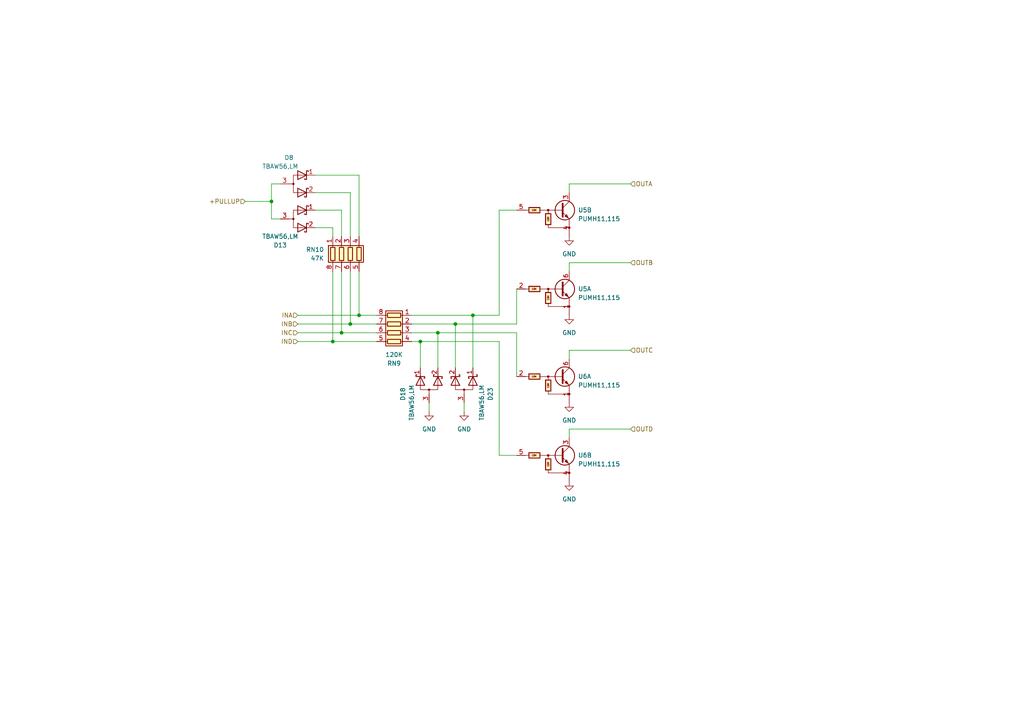
<source format=kicad_sch>
(kicad_sch (version 20230121) (generator eeschema)
  (paper "A4")
  (title_block (rev "R2.1"))
  (lib_symbols
    (symbol "D_Schottky_Dual_CommonAnode_KAK_Parallel_1" (pin_names (offset 0.762) hide)
      (property "Reference" "D7" (at -2.54 7.62 0))
      (property "Value" "TBAW56,LM" (at -5.08 5.08 0))
      (symbol "D_Schottky_Dual_CommonAnode_KAK_Parallel_1_0_1"
        (circle (center -1.27 0) (radius 0.254) (fill (type outline)))
        (polyline (pts (xy -1.27 0) (xy -2.54 0)))
        (polyline (pts (xy 2.54 2.54) (xy -1.27 2.54) (xy -1.27 -2.54) (xy 2.54 -2.54)))
        (polyline (pts (xy 0 -1.27) (xy 2.54 -2.54) (xy 0 -3.81) (xy 0 -1.27) (xy 0 -1.27) (xy 0 -1.27)) (stroke (width 0.254)))
        (polyline (pts (xy 0 3.81) (xy 2.54 2.54) (xy 0 1.27) (xy 0 3.81) (xy 0 3.81) (xy 0 3.81)) (stroke (width 0.254)))
        (polyline (pts (xy 3.048 -1.524) (xy 3.048 -1.27) (xy 2.54 -1.27) (xy 2.54 -3.81) (xy 2.032 -3.81) (xy 2.032 -3.556)) (stroke (width 0.254)))
        (polyline (pts (xy 3.048 3.556) (xy 3.048 3.81) (xy 2.54 3.81) (xy 2.54 1.27) (xy 2.032 1.27) (xy 2.032 1.524)) (stroke (width 0.254)))
        (pin passive line (at 5.08 2.54 180) (length 2.54) (name "K") (number "1"))
      )
      (symbol "D_Schottky_Dual_CommonAnode_KAK_Parallel_1_1_1"
        (pin passive line (at 5.08 -2.54 180) (length 2.54) (name "K") (number "2"))
        (pin passive line (at -5.08 0 0) (length 2.54) (name "A") (number "3"))
      )
    )
    (symbol "D_Schottky_Dual_CommonAnode_KAK_Parallel_2" (pin_names (offset 0.762) hide)
      (property "Reference" "D12" (at -2.54 7.62 0))
      (property "Value" "TBAW56,LM" (at -5.08 5.08 0))
      (symbol "D_Schottky_Dual_CommonAnode_KAK_Parallel_2_0_1"
        (circle (center -1.27 0) (radius 0.254) (fill (type outline)))
        (polyline (pts (xy -1.27 0) (xy -2.54 0)))
        (polyline (pts (xy 2.54 2.54) (xy -1.27 2.54) (xy -1.27 -2.54) (xy 2.54 -2.54)))
        (polyline (pts (xy 0 -1.27) (xy 2.54 -2.54) (xy 0 -3.81) (xy 0 -1.27) (xy 0 -1.27) (xy 0 -1.27)) (stroke (width 0.254)))
        (polyline (pts (xy 0 3.81) (xy 2.54 2.54) (xy 0 1.27) (xy 0 3.81) (xy 0 3.81) (xy 0 3.81)) (stroke (width 0.254)))
        (polyline (pts (xy 3.048 -1.524) (xy 3.048 -1.27) (xy 2.54 -1.27) (xy 2.54 -3.81) (xy 2.032 -3.81) (xy 2.032 -3.556)) (stroke (width 0.254)))
        (polyline (pts (xy 3.048 3.556) (xy 3.048 3.81) (xy 2.54 3.81) (xy 2.54 1.27) (xy 2.032 1.27) (xy 2.032 1.524)) (stroke (width 0.254)))
        (pin passive line (at 5.08 2.54 180) (length 2.54) (name "K") (number "1"))
      )
      (symbol "D_Schottky_Dual_CommonAnode_KAK_Parallel_2_1_1"
        (pin passive line (at 5.08 -2.54 180) (length 2.54) (name "K") (number "2"))
        (pin passive line (at -5.08 0 0) (length 2.54) (name "A") (number "3"))
      )
    )
    (symbol "D_Schottky_Dual_CommonAnode_KAK_Parallel_3" (pin_names (offset 0.762) hide)
      (property "Reference" "D17" (at -2.54 7.62 0))
      (property "Value" "TBAW56,LM" (at -5.08 5.08 0))
      (symbol "D_Schottky_Dual_CommonAnode_KAK_Parallel_3_0_1"
        (circle (center -1.27 0) (radius 0.254) (fill (type outline)))
        (polyline (pts (xy -1.27 0) (xy -2.54 0)))
        (polyline (pts (xy 2.54 2.54) (xy -1.27 2.54) (xy -1.27 -2.54) (xy 2.54 -2.54)))
        (polyline (pts (xy 0 -1.27) (xy 2.54 -2.54) (xy 0 -3.81) (xy 0 -1.27) (xy 0 -1.27) (xy 0 -1.27)) (stroke (width 0.254)))
        (polyline (pts (xy 0 3.81) (xy 2.54 2.54) (xy 0 1.27) (xy 0 3.81) (xy 0 3.81) (xy 0 3.81)) (stroke (width 0.254)))
        (polyline (pts (xy 3.048 -1.524) (xy 3.048 -1.27) (xy 2.54 -1.27) (xy 2.54 -3.81) (xy 2.032 -3.81) (xy 2.032 -3.556)) (stroke (width 0.254)))
        (polyline (pts (xy 3.048 3.556) (xy 3.048 3.81) (xy 2.54 3.81) (xy 2.54 1.27) (xy 2.032 1.27) (xy 2.032 1.524)) (stroke (width 0.254)))
        (pin passive line (at 5.08 2.54 180) (length 2.54) (name "K") (number "1"))
      )
      (symbol "D_Schottky_Dual_CommonAnode_KAK_Parallel_3_1_1"
        (pin passive line (at 5.08 -2.54 180) (length 2.54) (name "K") (number "2"))
        (pin passive line (at -5.08 0 0) (length 2.54) (name "A") (number "3"))
      )
    )
    (symbol "Device:D_Schottky_Dual_CommonAnode_KAK_Parallel" (pin_names (offset 0.762) hide)
      (property "Reference" "D22" (at -2.54 7.62 0))
      (property "Value" "TBAW56,LM" (at -5.08 5.08 0))
      (symbol "D_Schottky_Dual_CommonAnode_KAK_Parallel_0_1"
        (circle (center -1.27 0) (radius 0.254) (fill (type outline)))
        (polyline (pts (xy -1.27 0) (xy -2.54 0)))
        (polyline (pts (xy 2.54 2.54) (xy -1.27 2.54) (xy -1.27 -2.54) (xy 2.54 -2.54)))
        (polyline (pts (xy 0 -1.27) (xy 2.54 -2.54) (xy 0 -3.81) (xy 0 -1.27) (xy 0 -1.27) (xy 0 -1.27)) (stroke (width 0.254)))
        (polyline (pts (xy 0 3.81) (xy 2.54 2.54) (xy 0 1.27) (xy 0 3.81) (xy 0 3.81) (xy 0 3.81)) (stroke (width 0.254)))
        (polyline (pts (xy 3.048 -1.524) (xy 3.048 -1.27) (xy 2.54 -1.27) (xy 2.54 -3.81) (xy 2.032 -3.81) (xy 2.032 -3.556)) (stroke (width 0.254)))
        (polyline (pts (xy 3.048 3.556) (xy 3.048 3.81) (xy 2.54 3.81) (xy 2.54 1.27) (xy 2.032 1.27) (xy 2.032 1.524)) (stroke (width 0.254)))
        (pin passive line (at 5.08 2.54 180) (length 2.54) (name "K") (number "1"))
      )
      (symbol "D_Schottky_Dual_CommonAnode_KAK_Parallel_1_1"
        (pin passive line (at 5.08 -2.54 180) (length 2.54) (name "K") (number "2"))
        (pin passive line (at -5.08 0 0) (length 2.54) (name "A") (number "3"))
      )
    )
    (symbol "Device:R_Pack04" (pin_names (offset 0) hide)
      (property "Reference" "RN" (at -7.62 0 90))
      (property "Value" "R_Pack04" (at 5.08 0 90))
      (symbol "R_Pack04_0_1"
        (rectangle (start -6.35 -2.413) (end 3.81 2.413) (stroke (width 0.254)) (fill (type background)))
        (rectangle (start -5.715 1.905) (end -4.445 -1.905) (stroke (width 0.254)))
        (rectangle (start -3.175 1.905) (end -1.905 -1.905) (stroke (width 0.254)))
        (rectangle (start -0.635 1.905) (end 0.635 -1.905) (stroke (width 0.254)))
        (polyline (pts (xy -5.08 -2.54) (xy -5.08 -1.905)))
        (polyline (pts (xy -5.08 1.905) (xy -5.08 2.54)))
        (polyline (pts (xy -2.54 -2.54) (xy -2.54 -1.905)))
        (polyline (pts (xy -2.54 1.905) (xy -2.54 2.54)))
        (polyline (pts (xy 0 -2.54) (xy 0 -1.905)))
        (polyline (pts (xy 0 1.905) (xy 0 2.54)))
        (polyline (pts (xy 2.54 -2.54) (xy 2.54 -1.905)))
        (polyline (pts (xy 2.54 1.905) (xy 2.54 2.54)))
        (rectangle (start 1.905 1.905) (end 3.175 -1.905) (stroke (width 0.254)))
      )
      (symbol "R_Pack04_1_1"
        (pin passive line (at -5.08 -5.08 90) (length 2.54) (name "R1.1") (number "1"))
        (pin passive line (at -2.54 -5.08 90) (length 2.54) (name "R2.1") (number "2"))
        (pin passive line (at 0 -5.08 90) (length 2.54) (name "R3.1") (number "3"))
        (pin passive line (at 2.54 -5.08 90) (length 2.54) (name "R4.1") (number "4"))
        (pin passive line (at 2.54 5.08 270) (length 2.54) (name "R4.2") (number "5"))
        (pin passive line (at 0 5.08 270) (length 2.54) (name "R3.2") (number "6"))
        (pin passive line (at -2.54 5.08 270) (length 2.54) (name "R2.2") (number "7"))
        (pin passive line (at -5.08 5.08 270) (length 2.54) (name "R1.2") (number "8"))
      )
    )
    (symbol "My Libraries:PUMH11,115"
      (property "Reference" "U" (at 0 0 0))
      (property "Value" "PUMH11,115" (at 0 0 0))
      (symbol "PUMH11,115_0_0"
        (circle (center -6.096 0) (radius 0.2736) (stroke (width 0.1524)) (fill (type outline)))
        (circle (center 0 -5.08) (radius 0.2736) (stroke (width 0.1524)) (fill (type outline)))
        (text "10K" (at -10.16 0 0) (effects (font (size 0.508 0.508))))
        (text "10K" (at -6.096 -2.54 900) (effects (font (size 0.508 0.508))))
      )
      (symbol "PUMH11,115_0_1"
        (rectangle (start -11.684 -0.762) (end -8.509 0.762) (stroke (width 0.3048)) (fill (type background)))
        (rectangle (start -6.858 -1.016) (end -5.334 -4.191) (stroke (width 0.3048)) (fill (type background)))
        (circle (center -1.27 0) (radius 2.8194) (stroke (width 0.254)))
        (polyline (pts (xy -12.7 0) (xy -11.684 0)) (stroke (width 0.1524)))
        (polyline (pts (xy -6.096 -1.016) (xy -6.096 0)) (stroke (width 0.1524)))
        (polyline (pts (xy -1.905 0.635) (xy 0 2.54)))
        (polyline (pts (xy -8.382 0) (xy -8.128 0) (xy -2.032 0)) (stroke (width 0.1524)))
        (polyline (pts (xy -6.096 -4.318) (xy -6.096 -5.08) (xy 0 -5.08)) (stroke (width 0.1524)))
        (polyline (pts (xy -1.905 -0.635) (xy 0 -2.54) (xy 0 -2.54)))
        (polyline (pts (xy -1.905 1.905) (xy -1.905 -1.905) (xy -1.905 -1.905)) (stroke (width 0.508)))
        (polyline (pts (xy -1.27 -1.778) (xy -0.762 -1.27) (xy -0.254 -2.286) (xy -1.27 -1.778) (xy -1.27 -1.778)) (fill (type outline)))
      )
      (symbol "PUMH11,115_1_1"
        (pin passive line (at 0 -7.62 90) (length 5.08) (name "") (number "1"))
        (pin passive line (at -15.24 0 0) (length 2.54) (name "") (number "2"))
        (pin passive line (at 0 5.08 270) (length 2.54) (name "") (number "6"))
      )
      (symbol "PUMH11,115_2_1"
        (pin passive line (at 0 5.08 270) (length 2.54) (name "") (number "3"))
        (pin passive line (at 0 -7.62 90) (length 5.08) (name "") (number "4"))
        (pin passive line (at -15.24 0 0) (length 2.54) (name "") (number "5"))
      )
    )
    (symbol "power:GND" (power) (pin_names (offset 0))
      (property "Value" "GND" (at 0 -3.81 0))
      (symbol "GND_0_1"
        (polyline (pts (xy 0 0) (xy 0 -1.27) (xy 1.27 -1.27) (xy 0 -2.54) (xy -1.27 -1.27) (xy 0 -1.27)))
      )
      (symbol "GND_1_1"
        (pin power_in line (at 0 0 270) (length 0) hide (name "GND") (number "1"))
      )
    )
  )
  (junction (at 101.6 93.98))
  (junction (at 99.06 96.52))
  (junction (at 132.08 93.98))
  (junction (at 96.52 99.06))
  (junction (at 121.92 99.06))
  (junction (at 137.16 91.44))
  (junction (at 78.74 58.42))
  (junction (at 104.14 91.44))
  (junction (at 127 96.52))
  (wire (pts (xy 121.92 99.06) (xy 119.38 99.06)))
  (wire (pts (xy 121.92 99.06) (xy 121.92 106.68)))
  (wire (pts (xy 78.74 58.42) (xy 78.74 63.5)))
  (wire (pts (xy 149.86 83.82) (xy 149.86 93.98)))
  (wire (pts (xy 132.08 93.98) (xy 132.08 106.68)))
  (wire (pts (xy 101.6 93.98) (xy 101.6 78.74)))
  (wire (pts (xy 132.08 93.98) (xy 149.86 93.98)))
  (wire (pts (xy 109.22 96.52) (xy 99.06 96.52)))
  (wire (pts (xy 134.62 116.84) (xy 134.62 119.38)))
  (wire (pts (xy 101.6 55.88) (xy 91.44 55.88)))
  (wire (pts (xy 104.14 50.8) (xy 91.44 50.8)))
  (wire (pts (xy 165.1 124.46) (xy 165.1 127)))
  (wire (pts (xy 137.16 91.44) (xy 137.16 106.68)))
  (wire (pts (xy 86.36 91.44) (xy 104.14 91.44)))
  (wire (pts (xy 104.14 50.8) (xy 104.14 68.58)))
  (wire (pts (xy 119.38 93.98) (xy 132.08 93.98)))
  (wire (pts (xy 96.52 99.06) (xy 96.52 78.74)))
  (wire (pts (xy 86.36 96.52) (xy 99.06 96.52)))
  (wire (pts (xy 165.1 101.6) (xy 165.1 104.14)))
  (wire (pts (xy 99.06 96.52) (xy 99.06 78.74)))
  (wire (pts (xy 109.22 99.06) (xy 96.52 99.06)))
  (wire (pts (xy 144.78 91.44) (xy 144.78 60.96)))
  (wire (pts (xy 124.46 116.84) (xy 124.46 119.38)))
  (wire (pts (xy 119.38 96.52) (xy 127 96.52)))
  (wire (pts (xy 109.22 93.98) (xy 101.6 93.98)))
  (wire (pts (xy 119.38 91.44) (xy 137.16 91.44)))
  (wire (pts (xy 96.52 68.58) (xy 96.52 66.04)))
  (wire (pts (xy 121.92 99.06) (xy 144.78 99.06)))
  (wire (pts (xy 137.16 91.44) (xy 144.78 91.44)))
  (wire (pts (xy 78.74 53.34) (xy 81.28 53.34)))
  (wire (pts (xy 78.74 63.5) (xy 81.28 63.5)))
  (wire (pts (xy 91.44 60.96) (xy 99.06 60.96)))
  (wire (pts (xy 144.78 60.96) (xy 149.86 60.96)))
  (wire (pts (xy 71.12 58.42) (xy 78.74 58.42)))
  (wire (pts (xy 144.78 132.08) (xy 144.78 99.06)))
  (wire (pts (xy 127 96.52) (xy 127 106.68)))
  (wire (pts (xy 165.1 76.2) (xy 165.1 78.74)))
  (wire (pts (xy 182.88 76.2) (xy 165.1 76.2)))
  (wire (pts (xy 149.86 109.22) (xy 149.86 96.52)))
  (wire (pts (xy 101.6 68.58) (xy 101.6 55.88)))
  (wire (pts (xy 104.14 91.44) (xy 104.14 78.74)))
  (wire (pts (xy 86.36 99.06) (xy 96.52 99.06)))
  (wire (pts (xy 149.86 132.08) (xy 144.78 132.08)))
  (wire (pts (xy 127 96.52) (xy 149.86 96.52)))
  (wire (pts (xy 86.36 93.98) (xy 101.6 93.98)))
  (wire (pts (xy 91.44 66.04) (xy 96.52 66.04)))
  (wire (pts (xy 99.06 60.96) (xy 99.06 68.58)))
  (wire (pts (xy 78.74 53.34) (xy 78.74 58.42)))
  (wire (pts (xy 182.88 124.46) (xy 165.1 124.46)))
  (wire (pts (xy 182.88 101.6) (xy 165.1 101.6)))
  (wire (pts (xy 182.88 53.34) (xy 165.1 53.34)))
  (wire (pts (xy 165.1 53.34) (xy 165.1 55.88)))
  (wire (pts (xy 109.22 91.44) (xy 104.14 91.44)))
  (hierarchical_label "OUTD" (shape input) (at 182.88 124.46 0))
  (hierarchical_label "INA" (shape input) (at 86.36 91.44 180))
  (hierarchical_label "OUTC" (shape input) (at 182.88 101.6 0))
  (hierarchical_label "INB" (shape input) (at 86.36 93.98 180))
  (hierarchical_label "+PULLUP" (shape input) (at 71.12 58.42 180))
  (hierarchical_label "INC" (shape input) (at 86.36 96.52 180))
  (hierarchical_label "OUTB" (shape input) (at 182.88 76.2 0))
  (hierarchical_label "OUTA" (shape input) (at 182.88 53.34 0))
  (hierarchical_label "IND" (shape input) (at 86.36 99.06 180))
  (symbol (lib_id "power:GND") (at 165.1 68.58 0) (unit 1)
    (property "Reference" "#PWR0104" (effects hide))
    (property "Value" "GND" (at 165.1 73.66 0))
    (instances (project "serial_io_expander" (path "" (reference "#PWR0104") (unit 1)) (path "" (reference "#PWR017") (unit 1)) (path "" (reference "#PWR025") (unit 1)) (path "" (reference "#PWR031") (unit 1)) (path "" (reference "#PWR037") (unit 1)) (path "" (reference "#PWR043") (unit 1))))
  )
  (symbol (lib_id "My Libraries:PUMH11,115") (at 165.1 60.96 0) (unit 2)
    (property "Reference" "U5" (at 167.64 60.9317 0) (effects (justify left)))
    (property "Value" "PUMH11,115" (at 167.64 63.4717 0) (effects (justify left)))
    (property "Footprint" "Package_TO_SOT_SMD:SOT-363_SC-70-6" (effects hide))
    (property "Datasheet" "https://assets.nexperia.com/documents/data-sheet/PUMH11.pdf" (effects hide))
    (instances (project "serial_io_expander" (path "" (reference "U5") (unit 2)) (path "" (reference "U15") (unit 2)) (path "" (reference "U21") (unit 2)) (path "" (reference "U27") (unit 2)) (path "" (reference "U33") (unit 2))))
  )
  (symbol (lib_id "My Libraries:PUMH11,115") (at 165.1 109.22 0) (unit 1)
    (property "Reference" "U6" (at 167.64 109.1917 0) (effects (justify left)))
    (property "Value" "PUMH11,115" (at 167.64 111.7317 0) (effects (justify left)))
    (property "Footprint" "Package_TO_SOT_SMD:SOT-363_SC-70-6" (effects hide))
    (property "Datasheet" "https://assets.nexperia.com/documents/data-sheet/PUMH11.pdf" (effects hide))
    (instances (project "serial_io_expander" (path "" (reference "U6") (unit 1)) (path "" (reference "U16") (unit 1)) (path "" (reference "U22") (unit 1)) (path "" (reference "U28") (unit 1)) (path "" (reference "U34") (unit 1))))
  )
  (symbol (lib_name "D_Schottky_Dual_CommonAnode_KAK_Parallel_2") (lib_id "Device:D_Schottky_Dual_CommonAnode_KAK_Parallel") (at 86.36 63.5 0) (unit 1)
    (property "Reference" "D13" (at 81.28 71.12 0))
    (property "Value" "TBAW56,LM" (at 81.28 68.58 0))
    (property "Footprint" "Package_TO_SOT_SMD:SOT-23" (effects hide))
    (instances (project "serial_io_expander" (path "" (reference "D13") (unit 1)) (path "" (reference "D9") (unit 1)) (path "" (reference "D10") (unit 1)) (path "" (reference "D11") (unit 1)) (path "" (reference "D12") (unit 1))))
  )
  (symbol (lib_id "power:GND") (at 134.62 119.38 0) (unit 1)
    (property "Reference" "#PWR0104" (effects hide))
    (property "Value" "GND" (at 134.62 124.46 0))
    (instances (project "serial_io_expander" (path "" (reference "#PWR0104") (unit 1)) (path "" (reference "#PWR021") (unit 1)) (path "" (reference "#PWR024") (unit 1)) (path "" (reference "#PWR030") (unit 1)) (path "" (reference "#PWR036") (unit 1)) (path "" (reference "#PWR042") (unit 1))))
  )
  (symbol (lib_id "My Libraries:PUMH11,115") (at 165.1 132.08 0) (unit 2)
    (property "Reference" "U6" (at 167.64 132.0517 0) (effects (justify left)))
    (property "Value" "PUMH11,115" (at 167.64 134.5917 0) (effects (justify left)))
    (property "Footprint" "Package_TO_SOT_SMD:SOT-363_SC-70-6" (effects hide))
    (property "Datasheet" "https://assets.nexperia.com/documents/data-sheet/PUMH11.pdf" (effects hide))
    (instances (project "serial_io_expander" (path "" (reference "U6") (unit 2)) (path "" (reference "U16") (unit 2)) (path "" (reference "U22") (unit 2)) (path "" (reference "U28") (unit 2)) (path "" (reference "U34") (unit 2))))
  )
  (symbol (lib_id "power:GND") (at 124.46 119.38 0) (unit 1)
    (property "Reference" "#PWR0104" (effects hide))
    (property "Value" "GND" (at 124.46 124.46 0))
    (instances (project "serial_io_expander" (path "" (reference "#PWR0104") (unit 1)) (path "" (reference "#PWR022") (unit 1)) (path "" (reference "#PWR023") (unit 1)) (path "" (reference "#PWR029") (unit 1)) (path "" (reference "#PWR035") (unit 1)) (path "" (reference "#PWR041") (unit 1))))
  )
  (symbol (lib_id "power:GND") (at 165.1 116.84 0) (unit 1)
    (property "Reference" "#PWR0104" (effects hide))
    (property "Value" "GND" (at 165.1 121.92 0))
    (instances (project "serial_io_expander" (path "" (reference "#PWR0104") (unit 1)) (path "" (reference "#PWR019") (unit 1)) (path "" (reference "#PWR027") (unit 1)) (path "" (reference "#PWR033") (unit 1)) (path "" (reference "#PWR039") (unit 1)) (path "" (reference "#PWR045") (unit 1))))
  )
  (symbol (lib_name "D_Schottky_Dual_CommonAnode_KAK_Parallel_1") (lib_id "Device:D_Schottky_Dual_CommonAnode_KAK_Parallel") (at 86.36 53.34 0) (unit 1)
    (property "Reference" "D8" (at 83.82 45.72 0))
    (property "Value" "TBAW56,LM" (at 81.28 48.26 0))
    (property "Footprint" "Package_TO_SOT_SMD:SOT-23" (effects hide))
    (instances (project "serial_io_expander" (path "" (reference "D8") (unit 1)) (path "" (reference "D3") (unit 1)) (path "" (reference "D4") (unit 1)) (path "" (reference "D6") (unit 1)) (path "" (reference "D7") (unit 1))))
  )
  (symbol (lib_id "power:GND") (at 165.1 91.44 0) (unit 1)
    (property "Reference" "#PWR0104" (effects hide))
    (property "Value" "GND" (at 165.1 96.52 0))
    (instances (project "serial_io_expander" (path "" (reference "#PWR0104") (unit 1)) (path "" (reference "#PWR018") (unit 1)) (path "" (reference "#PWR026") (unit 1)) (path "" (reference "#PWR032") (unit 1)) (path "" (reference "#PWR038") (unit 1)) (path "" (reference "#PWR044") (unit 1))))
  )
  (symbol (lib_id "power:GND") (at 165.1 139.7 0) (unit 1)
    (property "Reference" "#PWR0104" (effects hide))
    (property "Value" "GND" (at 165.1 144.78 0))
    (instances (project "serial_io_expander" (path "" (reference "#PWR0104") (unit 1)) (path "" (reference "#PWR020") (unit 1)) (path "" (reference "#PWR028") (unit 1)) (path "" (reference "#PWR034") (unit 1)) (path "" (reference "#PWR040") (unit 1)) (path "" (reference "#PWR046") (unit 1))))
  )
  (symbol (lib_id "Device:D_Schottky_Dual_CommonAnode_KAK_Parallel") (at 134.62 111.76 270) (mirror x) (unit 1)
    (property "Reference" "D23" (at 142.24 114.3 0))
    (property "Value" "TBAW56,LM" (at 139.7 116.84 0))
    (property "Footprint" "Package_TO_SOT_SMD:SOT-23" (effects hide))
    (instances (project "serial_io_expander" (path "" (reference "D23") (unit 1)) (path "" (reference "D19") (unit 1)) (path "" (reference "D20") (unit 1)) (path "" (reference "D21") (unit 1)) (path "" (reference "D22") (unit 1))))
  )
  (symbol (lib_id "Device:R_Pack04") (at 114.3 96.52 90) (mirror x) (unit 1)
    (property "Reference" "RN9" (at 114.3 105.41 90))
    (property "Value" "120K" (at 114.3 102.87 90))
    (property "Footprint" "Resistor_SMD:R_Array_Concave_4x0603" (effects hide))
    (instances (project "serial_io_expander" (path "" (reference "RN9") (unit 1)) (path "" (reference "RN12") (unit 1)) (path "" (reference "RN14") (unit 1)) (path "" (reference "RN16") (unit 1)) (path "" (reference "RN18") (unit 1))))
  )
  (symbol (lib_name "D_Schottky_Dual_CommonAnode_KAK_Parallel_3") (lib_id "Device:D_Schottky_Dual_CommonAnode_KAK_Parallel") (at 124.46 111.76 90) (unit 1)
    (property "Reference" "D18" (at 116.84 114.3 0))
    (property "Value" "TBAW56,LM" (at 119.38 116.84 0))
    (property "Footprint" "Package_TO_SOT_SMD:SOT-23" (effects hide))
    (instances (project "serial_io_expander" (path "" (reference "D18") (unit 1)) (path "" (reference "D14") (unit 1)) (path "" (reference "D15") (unit 1)) (path "" (reference "D16") (unit 1)) (path "" (reference "D17") (unit 1))))
  )
  (symbol (lib_id "Device:R_Pack04") (at 101.6 73.66 0) (mirror x) (unit 1)
    (property "Reference" "RN10" (at 93.98 72.39 0) (effects (justify right)))
    (property "Value" "47K" (at 93.98 74.93 0) (effects (justify right)))
    (property "Footprint" "Resistor_SMD:R_Array_Concave_4x0603" (effects hide))
    (instances (project "serial_io_expander" (path "" (reference "RN10") (unit 1)) (path "" (reference "RN11") (unit 1)) (path "" (reference "RN13") (unit 1)) (path "" (reference "RN15") (unit 1)) (path "" (reference "RN17") (unit 1))))
  )
  (symbol (lib_id "My Libraries:PUMH11,115") (at 165.1 83.82 0) (unit 1)
    (property "Reference" "U5" (at 167.64 83.7917 0) (effects (justify left)))
    (property "Value" "PUMH11,115" (at 167.64 86.3317 0) (effects (justify left)))
    (property "Footprint" "Package_TO_SOT_SMD:SOT-363_SC-70-6" (effects hide))
    (property "Datasheet" "https://assets.nexperia.com/documents/data-sheet/PUMH11.pdf" (effects hide))
    (instances (project "serial_io_expander" (path "" (reference "U5") (unit 1)) (path "" (reference "U15") (unit 1)) (path "" (reference "U21") (unit 1)) (path "" (reference "U27") (unit 1)) (path "" (reference "U33") (unit 1))))
  )
)
</source>
